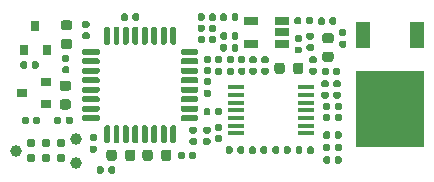
<source format=gts>
G04 #@! TF.GenerationSoftware,KiCad,Pcbnew,(5.99.0-10483-ga6ad7a4a70)*
G04 #@! TF.CreationDate,2021-06-04T21:48:54+03:00*
G04 #@! TF.ProjectId,hellen1-wbo,68656c6c-656e-4312-9d77-626f2e6b6963,rev?*
G04 #@! TF.SameCoordinates,PX4a19ba0PY5aa5910*
G04 #@! TF.FileFunction,Soldermask,Top*
G04 #@! TF.FilePolarity,Negative*
%FSLAX46Y46*%
G04 Gerber Fmt 4.6, Leading zero omitted, Abs format (unit mm)*
G04 Created by KiCad (PCBNEW (5.99.0-10483-ga6ad7a4a70)) date 2021-06-04 21:48:54*
%MOMM*%
%LPD*%
G01*
G04 APERTURE LIST*
%ADD10R,0.900000X0.800000*%
%ADD11R,1.450000X0.450000*%
%ADD12R,1.200000X2.200000*%
%ADD13R,5.800000X6.400000*%
%ADD14R,1.220000X0.650000*%
%ADD15R,0.800000X0.900000*%
%ADD16C,0.990600*%
%ADD17C,0.787400*%
G04 APERTURE END LIST*
G04 #@! TO.C,C612*
G36*
G01*
X17422500Y9220000D02*
X17077500Y9220000D01*
G75*
G02*
X16930000Y9367500I0J147500D01*
G01*
X16930000Y9662500D01*
G75*
G02*
X17077500Y9810000I147500J0D01*
G01*
X17422500Y9810000D01*
G75*
G02*
X17570000Y9662500I0J-147500D01*
G01*
X17570000Y9367500D01*
G75*
G02*
X17422500Y9220000I-147500J0D01*
G01*
G37*
G36*
G01*
X17422500Y10190000D02*
X17077500Y10190000D01*
G75*
G02*
X16930000Y10337500I0J147500D01*
G01*
X16930000Y10632500D01*
G75*
G02*
X17077500Y10780000I147500J0D01*
G01*
X17422500Y10780000D01*
G75*
G02*
X17570000Y10632500I0J-147500D01*
G01*
X17570000Y10337500D01*
G75*
G02*
X17422500Y10190000I-147500J0D01*
G01*
G37*
G04 #@! TD*
G04 #@! TO.C,C605*
G36*
G01*
X26267500Y2957000D02*
X26267500Y2612000D01*
G75*
G02*
X26120000Y2464500I-147500J0D01*
G01*
X25825000Y2464500D01*
G75*
G02*
X25677500Y2612000I0J147500D01*
G01*
X25677500Y2957000D01*
G75*
G02*
X25825000Y3104500I147500J0D01*
G01*
X26120000Y3104500D01*
G75*
G02*
X26267500Y2957000I0J-147500D01*
G01*
G37*
G36*
G01*
X25297500Y2957000D02*
X25297500Y2612000D01*
G75*
G02*
X25150000Y2464500I-147500J0D01*
G01*
X24855000Y2464500D01*
G75*
G02*
X24707500Y2612000I0J147500D01*
G01*
X24707500Y2957000D01*
G75*
G02*
X24855000Y3104500I147500J0D01*
G01*
X25150000Y3104500D01*
G75*
G02*
X25297500Y2957000I0J-147500D01*
G01*
G37*
G04 #@! TD*
G04 #@! TO.C,C607*
G36*
G01*
X26930000Y9279500D02*
X26930000Y9624500D01*
G75*
G02*
X27077500Y9772000I147500J0D01*
G01*
X27372500Y9772000D01*
G75*
G02*
X27520000Y9624500I0J-147500D01*
G01*
X27520000Y9279500D01*
G75*
G02*
X27372500Y9132000I-147500J0D01*
G01*
X27077500Y9132000D01*
G75*
G02*
X26930000Y9279500I0J147500D01*
G01*
G37*
G36*
G01*
X27900000Y9279500D02*
X27900000Y9624500D01*
G75*
G02*
X28047500Y9772000I147500J0D01*
G01*
X28342500Y9772000D01*
G75*
G02*
X28490000Y9624500I0J-147500D01*
G01*
X28490000Y9279500D01*
G75*
G02*
X28342500Y9132000I-147500J0D01*
G01*
X28047500Y9132000D01*
G75*
G02*
X27900000Y9279500I0J147500D01*
G01*
G37*
G04 #@! TD*
G04 #@! TO.C,C613*
G36*
G01*
X1524000Y5118500D02*
X1524000Y5463500D01*
G75*
G02*
X1671500Y5611000I147500J0D01*
G01*
X1966500Y5611000D01*
G75*
G02*
X2114000Y5463500I0J-147500D01*
G01*
X2114000Y5118500D01*
G75*
G02*
X1966500Y4971000I-147500J0D01*
G01*
X1671500Y4971000D01*
G75*
G02*
X1524000Y5118500I0J147500D01*
G01*
G37*
G36*
G01*
X2494000Y5118500D02*
X2494000Y5463500D01*
G75*
G02*
X2641500Y5611000I147500J0D01*
G01*
X2936500Y5611000D01*
G75*
G02*
X3084000Y5463500I0J-147500D01*
G01*
X3084000Y5118500D01*
G75*
G02*
X2936500Y4971000I-147500J0D01*
G01*
X2641500Y4971000D01*
G75*
G02*
X2494000Y5118500I0J147500D01*
G01*
G37*
G04 #@! TD*
G04 #@! TO.C,C616*
G36*
G01*
X4968750Y8675000D02*
X5481250Y8675000D01*
G75*
G02*
X5700000Y8456250I0J-218750D01*
G01*
X5700000Y8018750D01*
G75*
G02*
X5481250Y7800000I-218750J0D01*
G01*
X4968750Y7800000D01*
G75*
G02*
X4750000Y8018750I0J218750D01*
G01*
X4750000Y8456250D01*
G75*
G02*
X4968750Y8675000I218750J0D01*
G01*
G37*
G36*
G01*
X4968750Y7100000D02*
X5481250Y7100000D01*
G75*
G02*
X5700000Y6881250I0J-218750D01*
G01*
X5700000Y6443750D01*
G75*
G02*
X5481250Y6225000I-218750J0D01*
G01*
X4968750Y6225000D01*
G75*
G02*
X4750000Y6443750I0J218750D01*
G01*
X4750000Y6881250D01*
G75*
G02*
X4968750Y7100000I218750J0D01*
G01*
G37*
G04 #@! TD*
G04 #@! TO.C,R609*
G36*
G01*
X22929000Y9449750D02*
X22929000Y9962250D01*
G75*
G02*
X23147750Y10181000I218750J0D01*
G01*
X23585250Y10181000D01*
G75*
G02*
X23804000Y9962250I0J-218750D01*
G01*
X23804000Y9449750D01*
G75*
G02*
X23585250Y9231000I-218750J0D01*
G01*
X23147750Y9231000D01*
G75*
G02*
X22929000Y9449750I0J218750D01*
G01*
G37*
G36*
G01*
X24504000Y9449750D02*
X24504000Y9962250D01*
G75*
G02*
X24722750Y10181000I218750J0D01*
G01*
X25160250Y10181000D01*
G75*
G02*
X25379000Y9962250I0J-218750D01*
G01*
X25379000Y9449750D01*
G75*
G02*
X25160250Y9231000I-218750J0D01*
G01*
X24722750Y9231000D01*
G75*
G02*
X24504000Y9449750I0J218750D01*
G01*
G37*
G04 #@! TD*
G04 #@! TO.C,R607*
G36*
G01*
X24299000Y2957000D02*
X24299000Y2612000D01*
G75*
G02*
X24151500Y2464500I-147500J0D01*
G01*
X23856500Y2464500D01*
G75*
G02*
X23709000Y2612000I0J147500D01*
G01*
X23709000Y2957000D01*
G75*
G02*
X23856500Y3104500I147500J0D01*
G01*
X24151500Y3104500D01*
G75*
G02*
X24299000Y2957000I0J-147500D01*
G01*
G37*
G36*
G01*
X23329000Y2957000D02*
X23329000Y2612000D01*
G75*
G02*
X23181500Y2464500I-147500J0D01*
G01*
X22886500Y2464500D01*
G75*
G02*
X22739000Y2612000I0J147500D01*
G01*
X22739000Y2957000D01*
G75*
G02*
X22886500Y3104500I147500J0D01*
G01*
X23181500Y3104500D01*
G75*
G02*
X23329000Y2957000I0J-147500D01*
G01*
G37*
G04 #@! TD*
G04 #@! TO.C,R601*
G36*
G01*
X27374500Y7148000D02*
X27029500Y7148000D01*
G75*
G02*
X26882000Y7295500I0J147500D01*
G01*
X26882000Y7590500D01*
G75*
G02*
X27029500Y7738000I147500J0D01*
G01*
X27374500Y7738000D01*
G75*
G02*
X27522000Y7590500I0J-147500D01*
G01*
X27522000Y7295500D01*
G75*
G02*
X27374500Y7148000I-147500J0D01*
G01*
G37*
G36*
G01*
X27374500Y8118000D02*
X27029500Y8118000D01*
G75*
G02*
X26882000Y8265500I0J147500D01*
G01*
X26882000Y8560500D01*
G75*
G02*
X27029500Y8708000I147500J0D01*
G01*
X27374500Y8708000D01*
G75*
G02*
X27522000Y8560500I0J-147500D01*
G01*
X27522000Y8265500D01*
G75*
G02*
X27374500Y8118000I-147500J0D01*
G01*
G37*
G04 #@! TD*
G04 #@! TO.C,R614*
G36*
G01*
X25777500Y12730000D02*
X26122500Y12730000D01*
G75*
G02*
X26270000Y12582500I0J-147500D01*
G01*
X26270000Y12287500D01*
G75*
G02*
X26122500Y12140000I-147500J0D01*
G01*
X25777500Y12140000D01*
G75*
G02*
X25630000Y12287500I0J147500D01*
G01*
X25630000Y12582500D01*
G75*
G02*
X25777500Y12730000I147500J0D01*
G01*
G37*
G36*
G01*
X25777500Y11760000D02*
X26122500Y11760000D01*
G75*
G02*
X26270000Y11612500I0J-147500D01*
G01*
X26270000Y11317500D01*
G75*
G02*
X26122500Y11170000I-147500J0D01*
G01*
X25777500Y11170000D01*
G75*
G02*
X25630000Y11317500I0J147500D01*
G01*
X25630000Y11612500D01*
G75*
G02*
X25777500Y11760000I147500J0D01*
G01*
G37*
G04 #@! TD*
G04 #@! TO.C,R615*
G36*
G01*
X24620000Y13577500D02*
X24620000Y13922500D01*
G75*
G02*
X24767500Y14070000I147500J0D01*
G01*
X25062500Y14070000D01*
G75*
G02*
X25210000Y13922500I0J-147500D01*
G01*
X25210000Y13577500D01*
G75*
G02*
X25062500Y13430000I-147500J0D01*
G01*
X24767500Y13430000D01*
G75*
G02*
X24620000Y13577500I0J147500D01*
G01*
G37*
G36*
G01*
X25590000Y13577500D02*
X25590000Y13922500D01*
G75*
G02*
X25737500Y14070000I147500J0D01*
G01*
X26032500Y14070000D01*
G75*
G02*
X26180000Y13922500I0J-147500D01*
G01*
X26180000Y13577500D01*
G75*
G02*
X26032500Y13430000I-147500J0D01*
G01*
X25737500Y13430000D01*
G75*
G02*
X25590000Y13577500I0J147500D01*
G01*
G37*
G04 #@! TD*
G04 #@! TO.C,R621*
G36*
G01*
X18320000Y13877500D02*
X18320000Y14222500D01*
G75*
G02*
X18467500Y14370000I147500J0D01*
G01*
X18762500Y14370000D01*
G75*
G02*
X18910000Y14222500I0J-147500D01*
G01*
X18910000Y13877500D01*
G75*
G02*
X18762500Y13730000I-147500J0D01*
G01*
X18467500Y13730000D01*
G75*
G02*
X18320000Y13877500I0J147500D01*
G01*
G37*
G36*
G01*
X19290000Y13877500D02*
X19290000Y14222500D01*
G75*
G02*
X19437500Y14370000I147500J0D01*
G01*
X19732500Y14370000D01*
G75*
G02*
X19880000Y14222500I0J-147500D01*
G01*
X19880000Y13877500D01*
G75*
G02*
X19732500Y13730000I-147500J0D01*
G01*
X19437500Y13730000D01*
G75*
G02*
X19290000Y13877500I0J147500D01*
G01*
G37*
G04 #@! TD*
G04 #@! TO.C,R619*
G36*
G01*
X22330500Y2957000D02*
X22330500Y2612000D01*
G75*
G02*
X22183000Y2464500I-147500J0D01*
G01*
X21888000Y2464500D01*
G75*
G02*
X21740500Y2612000I0J147500D01*
G01*
X21740500Y2957000D01*
G75*
G02*
X21888000Y3104500I147500J0D01*
G01*
X22183000Y3104500D01*
G75*
G02*
X22330500Y2957000I0J-147500D01*
G01*
G37*
G36*
G01*
X21360500Y2957000D02*
X21360500Y2612000D01*
G75*
G02*
X21213000Y2464500I-147500J0D01*
G01*
X20918000Y2464500D01*
G75*
G02*
X20770500Y2612000I0J147500D01*
G01*
X20770500Y2957000D01*
G75*
G02*
X20918000Y3104500I147500J0D01*
G01*
X21213000Y3104500D01*
G75*
G02*
X21360500Y2957000I0J-147500D01*
G01*
G37*
G04 #@! TD*
G04 #@! TO.C,R620*
G36*
G01*
X20362000Y2957000D02*
X20362000Y2612000D01*
G75*
G02*
X20214500Y2464500I-147500J0D01*
G01*
X19919500Y2464500D01*
G75*
G02*
X19772000Y2612000I0J147500D01*
G01*
X19772000Y2957000D01*
G75*
G02*
X19919500Y3104500I147500J0D01*
G01*
X20214500Y3104500D01*
G75*
G02*
X20362000Y2957000I0J-147500D01*
G01*
G37*
G36*
G01*
X19392000Y2957000D02*
X19392000Y2612000D01*
G75*
G02*
X19244500Y2464500I-147500J0D01*
G01*
X18949500Y2464500D01*
G75*
G02*
X18802000Y2612000I0J147500D01*
G01*
X18802000Y2957000D01*
G75*
G02*
X18949500Y3104500I147500J0D01*
G01*
X19244500Y3104500D01*
G75*
G02*
X19392000Y2957000I0J-147500D01*
G01*
G37*
G04 #@! TD*
G04 #@! TO.C,R606*
G36*
G01*
X26358500Y9180000D02*
X26013500Y9180000D01*
G75*
G02*
X25866000Y9327500I0J147500D01*
G01*
X25866000Y9622500D01*
G75*
G02*
X26013500Y9770000I147500J0D01*
G01*
X26358500Y9770000D01*
G75*
G02*
X26506000Y9622500I0J-147500D01*
G01*
X26506000Y9327500D01*
G75*
G02*
X26358500Y9180000I-147500J0D01*
G01*
G37*
G36*
G01*
X26358500Y10150000D02*
X26013500Y10150000D01*
G75*
G02*
X25866000Y10297500I0J147500D01*
G01*
X25866000Y10592500D01*
G75*
G02*
X26013500Y10740000I147500J0D01*
G01*
X26358500Y10740000D01*
G75*
G02*
X26506000Y10592500I0J-147500D01*
G01*
X26506000Y10297500D01*
G75*
G02*
X26358500Y10150000I-147500J0D01*
G01*
G37*
G04 #@! TD*
D10*
G04 #@! TO.C,U604*
X3558000Y6652400D03*
X3558000Y8552400D03*
X1558000Y7602400D03*
G04 #@! TD*
D11*
G04 #@! TO.C,U600*
X19680000Y8100000D03*
X19680000Y7450000D03*
X19680000Y6800000D03*
X19680000Y6150000D03*
X19680000Y5500000D03*
X19680000Y4850000D03*
X19680000Y4200000D03*
X25580000Y4200000D03*
X25580000Y4850000D03*
X25580000Y5500000D03*
X25580000Y6150000D03*
X25580000Y6800000D03*
X25580000Y7450000D03*
X25580000Y8100000D03*
G04 #@! TD*
G04 #@! TO.C,C600*
G36*
G01*
X28390500Y7148000D02*
X28045500Y7148000D01*
G75*
G02*
X27898000Y7295500I0J147500D01*
G01*
X27898000Y7590500D01*
G75*
G02*
X28045500Y7738000I147500J0D01*
G01*
X28390500Y7738000D01*
G75*
G02*
X28538000Y7590500I0J-147500D01*
G01*
X28538000Y7295500D01*
G75*
G02*
X28390500Y7148000I-147500J0D01*
G01*
G37*
G36*
G01*
X28390500Y8118000D02*
X28045500Y8118000D01*
G75*
G02*
X27898000Y8265500I0J147500D01*
G01*
X27898000Y8560500D01*
G75*
G02*
X28045500Y8708000I147500J0D01*
G01*
X28390500Y8708000D01*
G75*
G02*
X28538000Y8560500I0J-147500D01*
G01*
X28538000Y8265500D01*
G75*
G02*
X28390500Y8118000I-147500J0D01*
G01*
G37*
G04 #@! TD*
G04 #@! TO.C,C608*
G36*
G01*
X16420000Y12927500D02*
X16420000Y13272500D01*
G75*
G02*
X16567500Y13420000I147500J0D01*
G01*
X16862500Y13420000D01*
G75*
G02*
X17010000Y13272500I0J-147500D01*
G01*
X17010000Y12927500D01*
G75*
G02*
X16862500Y12780000I-147500J0D01*
G01*
X16567500Y12780000D01*
G75*
G02*
X16420000Y12927500I0J147500D01*
G01*
G37*
G36*
G01*
X17390000Y12927500D02*
X17390000Y13272500D01*
G75*
G02*
X17537500Y13420000I147500J0D01*
G01*
X17832500Y13420000D01*
G75*
G02*
X17980000Y13272500I0J-147500D01*
G01*
X17980000Y12927500D01*
G75*
G02*
X17832500Y12780000I-147500J0D01*
G01*
X17537500Y12780000D01*
G75*
G02*
X17390000Y12927500I0J147500D01*
G01*
G37*
G04 #@! TD*
G04 #@! TO.C,R624*
G36*
G01*
X17980000Y14222500D02*
X17980000Y13877500D01*
G75*
G02*
X17832500Y13730000I-147500J0D01*
G01*
X17537500Y13730000D01*
G75*
G02*
X17390000Y13877500I0J147500D01*
G01*
X17390000Y14222500D01*
G75*
G02*
X17537500Y14370000I147500J0D01*
G01*
X17832500Y14370000D01*
G75*
G02*
X17980000Y14222500I0J-147500D01*
G01*
G37*
G36*
G01*
X17010000Y14222500D02*
X17010000Y13877500D01*
G75*
G02*
X16862500Y13730000I-147500J0D01*
G01*
X16567500Y13730000D01*
G75*
G02*
X16420000Y13877500I0J147500D01*
G01*
X16420000Y14222500D01*
G75*
G02*
X16567500Y14370000I147500J0D01*
G01*
X16862500Y14370000D01*
G75*
G02*
X17010000Y14222500I0J-147500D01*
G01*
G37*
G04 #@! TD*
G04 #@! TO.C,C611*
G36*
G01*
X17077500Y8880000D02*
X17422500Y8880000D01*
G75*
G02*
X17570000Y8732500I0J-147500D01*
G01*
X17570000Y8437500D01*
G75*
G02*
X17422500Y8290000I-147500J0D01*
G01*
X17077500Y8290000D01*
G75*
G02*
X16930000Y8437500I0J147500D01*
G01*
X16930000Y8732500D01*
G75*
G02*
X17077500Y8880000I147500J0D01*
G01*
G37*
G36*
G01*
X17077500Y7910000D02*
X17422500Y7910000D01*
G75*
G02*
X17570000Y7762500I0J-147500D01*
G01*
X17570000Y7467500D01*
G75*
G02*
X17422500Y7320000I-147500J0D01*
G01*
X17077500Y7320000D01*
G75*
G02*
X16930000Y7467500I0J147500D01*
G01*
X16930000Y7762500D01*
G75*
G02*
X17077500Y7910000I147500J0D01*
G01*
G37*
G04 #@! TD*
G04 #@! TO.C,R622*
G36*
G01*
X28872500Y11470000D02*
X28527500Y11470000D01*
G75*
G02*
X28380000Y11617500I0J147500D01*
G01*
X28380000Y11912500D01*
G75*
G02*
X28527500Y12060000I147500J0D01*
G01*
X28872500Y12060000D01*
G75*
G02*
X29020000Y11912500I0J-147500D01*
G01*
X29020000Y11617500D01*
G75*
G02*
X28872500Y11470000I-147500J0D01*
G01*
G37*
G36*
G01*
X28872500Y12440000D02*
X28527500Y12440000D01*
G75*
G02*
X28380000Y12587500I0J147500D01*
G01*
X28380000Y12882500D01*
G75*
G02*
X28527500Y13030000I147500J0D01*
G01*
X28872500Y13030000D01*
G75*
G02*
X29020000Y12882500I0J-147500D01*
G01*
X29020000Y12587500D01*
G75*
G02*
X28872500Y12440000I-147500J0D01*
G01*
G37*
G04 #@! TD*
G04 #@! TO.C,R617*
G36*
G01*
X9935000Y13877500D02*
X9935000Y14222500D01*
G75*
G02*
X10082500Y14370000I147500J0D01*
G01*
X10377500Y14370000D01*
G75*
G02*
X10525000Y14222500I0J-147500D01*
G01*
X10525000Y13877500D01*
G75*
G02*
X10377500Y13730000I-147500J0D01*
G01*
X10082500Y13730000D01*
G75*
G02*
X9935000Y13877500I0J147500D01*
G01*
G37*
G36*
G01*
X10905000Y13877500D02*
X10905000Y14222500D01*
G75*
G02*
X11052500Y14370000I147500J0D01*
G01*
X11347500Y14370000D01*
G75*
G02*
X11495000Y14222500I0J-147500D01*
G01*
X11495000Y13877500D01*
G75*
G02*
X11347500Y13730000I-147500J0D01*
G01*
X11052500Y13730000D01*
G75*
G02*
X10905000Y13877500I0J147500D01*
G01*
G37*
G04 #@! TD*
G04 #@! TO.C,C614*
G36*
G01*
X15877500Y4780000D02*
X16222500Y4780000D01*
G75*
G02*
X16370000Y4632500I0J-147500D01*
G01*
X16370000Y4337500D01*
G75*
G02*
X16222500Y4190000I-147500J0D01*
G01*
X15877500Y4190000D01*
G75*
G02*
X15730000Y4337500I0J147500D01*
G01*
X15730000Y4632500D01*
G75*
G02*
X15877500Y4780000I147500J0D01*
G01*
G37*
G36*
G01*
X15877500Y3810000D02*
X16222500Y3810000D01*
G75*
G02*
X16370000Y3662500I0J-147500D01*
G01*
X16370000Y3367500D01*
G75*
G02*
X16222500Y3220000I-147500J0D01*
G01*
X15877500Y3220000D01*
G75*
G02*
X15730000Y3367500I0J147500D01*
G01*
X15730000Y3662500D01*
G75*
G02*
X15877500Y3810000I147500J0D01*
G01*
G37*
G04 #@! TD*
G04 #@! TO.C,C615*
G36*
G01*
X7122500Y12170000D02*
X6777500Y12170000D01*
G75*
G02*
X6630000Y12317500I0J147500D01*
G01*
X6630000Y12612500D01*
G75*
G02*
X6777500Y12760000I147500J0D01*
G01*
X7122500Y12760000D01*
G75*
G02*
X7270000Y12612500I0J-147500D01*
G01*
X7270000Y12317500D01*
G75*
G02*
X7122500Y12170000I-147500J0D01*
G01*
G37*
G36*
G01*
X7122500Y13140000D02*
X6777500Y13140000D01*
G75*
G02*
X6630000Y13287500I0J147500D01*
G01*
X6630000Y13582500D01*
G75*
G02*
X6777500Y13730000I147500J0D01*
G01*
X7122500Y13730000D01*
G75*
G02*
X7270000Y13582500I0J-147500D01*
G01*
X7270000Y13287500D01*
G75*
G02*
X7122500Y13140000I-147500J0D01*
G01*
G37*
G04 #@! TD*
D12*
G04 #@! TO.C,Q600*
X34980000Y12575000D03*
D13*
X32700000Y6275000D03*
D12*
X30420000Y12575000D03*
G04 #@! TD*
G04 #@! TO.C,R612*
G36*
G01*
X27055000Y1777500D02*
X27055000Y2122500D01*
G75*
G02*
X27202500Y2270000I147500J0D01*
G01*
X27497500Y2270000D01*
G75*
G02*
X27645000Y2122500I0J-147500D01*
G01*
X27645000Y1777500D01*
G75*
G02*
X27497500Y1630000I-147500J0D01*
G01*
X27202500Y1630000D01*
G75*
G02*
X27055000Y1777500I0J147500D01*
G01*
G37*
G36*
G01*
X28025000Y1777500D02*
X28025000Y2122500D01*
G75*
G02*
X28172500Y2270000I147500J0D01*
G01*
X28467500Y2270000D01*
G75*
G02*
X28615000Y2122500I0J-147500D01*
G01*
X28615000Y1777500D01*
G75*
G02*
X28467500Y1630000I-147500J0D01*
G01*
X28172500Y1630000D01*
G75*
G02*
X28025000Y1777500I0J147500D01*
G01*
G37*
G04 #@! TD*
G04 #@! TO.C,R618*
G36*
G01*
X17372500Y3220000D02*
X17027500Y3220000D01*
G75*
G02*
X16880000Y3367500I0J147500D01*
G01*
X16880000Y3662500D01*
G75*
G02*
X17027500Y3810000I147500J0D01*
G01*
X17372500Y3810000D01*
G75*
G02*
X17520000Y3662500I0J-147500D01*
G01*
X17520000Y3367500D01*
G75*
G02*
X17372500Y3220000I-147500J0D01*
G01*
G37*
G36*
G01*
X17372500Y4190000D02*
X17027500Y4190000D01*
G75*
G02*
X16880000Y4337500I0J147500D01*
G01*
X16880000Y4632500D01*
G75*
G02*
X17027500Y4780000I147500J0D01*
G01*
X17372500Y4780000D01*
G75*
G02*
X17520000Y4632500I0J-147500D01*
G01*
X17520000Y4337500D01*
G75*
G02*
X17372500Y4190000I-147500J0D01*
G01*
G37*
G04 #@! TD*
G04 #@! TO.C,R616*
G36*
G01*
X26605000Y13527500D02*
X26605000Y13872500D01*
G75*
G02*
X26752500Y14020000I147500J0D01*
G01*
X27047500Y14020000D01*
G75*
G02*
X27195000Y13872500I0J-147500D01*
G01*
X27195000Y13527500D01*
G75*
G02*
X27047500Y13380000I-147500J0D01*
G01*
X26752500Y13380000D01*
G75*
G02*
X26605000Y13527500I0J147500D01*
G01*
G37*
G36*
G01*
X27575000Y13527500D02*
X27575000Y13872500D01*
G75*
G02*
X27722500Y14020000I147500J0D01*
G01*
X28017500Y14020000D01*
G75*
G02*
X28165000Y13872500I0J-147500D01*
G01*
X28165000Y13527500D01*
G75*
G02*
X28017500Y13380000I-147500J0D01*
G01*
X27722500Y13380000D01*
G75*
G02*
X27575000Y13527500I0J147500D01*
G01*
G37*
G04 #@! TD*
G04 #@! TO.C,R623*
G36*
G01*
X18012500Y5025000D02*
X18357500Y5025000D01*
G75*
G02*
X18505000Y4877500I0J-147500D01*
G01*
X18505000Y4582500D01*
G75*
G02*
X18357500Y4435000I-147500J0D01*
G01*
X18012500Y4435000D01*
G75*
G02*
X17865000Y4582500I0J147500D01*
G01*
X17865000Y4877500D01*
G75*
G02*
X18012500Y5025000I147500J0D01*
G01*
G37*
G36*
G01*
X18012500Y4055000D02*
X18357500Y4055000D01*
G75*
G02*
X18505000Y3907500I0J-147500D01*
G01*
X18505000Y3612500D01*
G75*
G02*
X18357500Y3465000I-147500J0D01*
G01*
X18012500Y3465000D01*
G75*
G02*
X17865000Y3612500I0J147500D01*
G01*
X17865000Y3907500D01*
G75*
G02*
X18012500Y4055000I147500J0D01*
G01*
G37*
G04 #@! TD*
G04 #@! TO.C,R625*
G36*
G01*
X4270000Y5127500D02*
X4270000Y5472500D01*
G75*
G02*
X4417500Y5620000I147500J0D01*
G01*
X4712500Y5620000D01*
G75*
G02*
X4860000Y5472500I0J-147500D01*
G01*
X4860000Y5127500D01*
G75*
G02*
X4712500Y4980000I-147500J0D01*
G01*
X4417500Y4980000D01*
G75*
G02*
X4270000Y5127500I0J147500D01*
G01*
G37*
G36*
G01*
X5240000Y5127500D02*
X5240000Y5472500D01*
G75*
G02*
X5387500Y5620000I147500J0D01*
G01*
X5682500Y5620000D01*
G75*
G02*
X5830000Y5472500I0J-147500D01*
G01*
X5830000Y5127500D01*
G75*
G02*
X5682500Y4980000I-147500J0D01*
G01*
X5387500Y4980000D01*
G75*
G02*
X5240000Y5127500I0J147500D01*
G01*
G37*
G04 #@! TD*
G04 #@! TO.C,D601*
G36*
G01*
X14203000Y2596250D02*
X14203000Y2083750D01*
G75*
G02*
X13984250Y1865000I-218750J0D01*
G01*
X13546750Y1865000D01*
G75*
G02*
X13328000Y2083750I0J218750D01*
G01*
X13328000Y2596250D01*
G75*
G02*
X13546750Y2815000I218750J0D01*
G01*
X13984250Y2815000D01*
G75*
G02*
X14203000Y2596250I0J-218750D01*
G01*
G37*
G36*
G01*
X12628000Y2596250D02*
X12628000Y2083750D01*
G75*
G02*
X12409250Y1865000I-218750J0D01*
G01*
X11971750Y1865000D01*
G75*
G02*
X11753000Y2083750I0J218750D01*
G01*
X11753000Y2596250D01*
G75*
G02*
X11971750Y2815000I218750J0D01*
G01*
X12409250Y2815000D01*
G75*
G02*
X12628000Y2596250I0J-218750D01*
G01*
G37*
G04 #@! TD*
G04 #@! TO.C,R626*
G36*
G01*
X16298000Y2512500D02*
X16298000Y2167500D01*
G75*
G02*
X16150500Y2020000I-147500J0D01*
G01*
X15855500Y2020000D01*
G75*
G02*
X15708000Y2167500I0J147500D01*
G01*
X15708000Y2512500D01*
G75*
G02*
X15855500Y2660000I147500J0D01*
G01*
X16150500Y2660000D01*
G75*
G02*
X16298000Y2512500I0J-147500D01*
G01*
G37*
G36*
G01*
X15328000Y2512500D02*
X15328000Y2167500D01*
G75*
G02*
X15180500Y2020000I-147500J0D01*
G01*
X14885500Y2020000D01*
G75*
G02*
X14738000Y2167500I0J147500D01*
G01*
X14738000Y2512500D01*
G75*
G02*
X14885500Y2660000I147500J0D01*
G01*
X15180500Y2660000D01*
G75*
G02*
X15328000Y2512500I0J-147500D01*
G01*
G37*
G04 #@! TD*
G04 #@! TO.C,R604*
G36*
G01*
X19473000Y9624500D02*
X19473000Y9279500D01*
G75*
G02*
X19325500Y9132000I-147500J0D01*
G01*
X19030500Y9132000D01*
G75*
G02*
X18883000Y9279500I0J147500D01*
G01*
X18883000Y9624500D01*
G75*
G02*
X19030500Y9772000I147500J0D01*
G01*
X19325500Y9772000D01*
G75*
G02*
X19473000Y9624500I0J-147500D01*
G01*
G37*
G36*
G01*
X18503000Y9624500D02*
X18503000Y9279500D01*
G75*
G02*
X18355500Y9132000I-147500J0D01*
G01*
X18060500Y9132000D01*
G75*
G02*
X17913000Y9279500I0J147500D01*
G01*
X17913000Y9624500D01*
G75*
G02*
X18060500Y9772000I147500J0D01*
G01*
X18355500Y9772000D01*
G75*
G02*
X18503000Y9624500I0J-147500D01*
G01*
G37*
G04 #@! TD*
G04 #@! TO.C,R605*
G36*
G01*
X20933500Y10740000D02*
X21278500Y10740000D01*
G75*
G02*
X21426000Y10592500I0J-147500D01*
G01*
X21426000Y10297500D01*
G75*
G02*
X21278500Y10150000I-147500J0D01*
G01*
X20933500Y10150000D01*
G75*
G02*
X20786000Y10297500I0J147500D01*
G01*
X20786000Y10592500D01*
G75*
G02*
X20933500Y10740000I147500J0D01*
G01*
G37*
G36*
G01*
X20933500Y9770000D02*
X21278500Y9770000D01*
G75*
G02*
X21426000Y9622500I0J-147500D01*
G01*
X21426000Y9327500D01*
G75*
G02*
X21278500Y9180000I-147500J0D01*
G01*
X20933500Y9180000D01*
G75*
G02*
X20786000Y9327500I0J147500D01*
G01*
X20786000Y9622500D01*
G75*
G02*
X20933500Y9770000I147500J0D01*
G01*
G37*
G04 #@! TD*
G04 #@! TO.C,R608*
G36*
G01*
X19977500Y10740000D02*
X20322500Y10740000D01*
G75*
G02*
X20470000Y10592500I0J-147500D01*
G01*
X20470000Y10297500D01*
G75*
G02*
X20322500Y10150000I-147500J0D01*
G01*
X19977500Y10150000D01*
G75*
G02*
X19830000Y10297500I0J147500D01*
G01*
X19830000Y10592500D01*
G75*
G02*
X19977500Y10740000I147500J0D01*
G01*
G37*
G36*
G01*
X19977500Y9770000D02*
X20322500Y9770000D01*
G75*
G02*
X20470000Y9622500I0J-147500D01*
G01*
X20470000Y9327500D01*
G75*
G02*
X20322500Y9180000I-147500J0D01*
G01*
X19977500Y9180000D01*
G75*
G02*
X19830000Y9327500I0J147500D01*
G01*
X19830000Y9622500D01*
G75*
G02*
X19977500Y9770000I147500J0D01*
G01*
G37*
G04 #@! TD*
G04 #@! TO.C,C603*
G36*
G01*
X19473000Y10640500D02*
X19473000Y10295500D01*
G75*
G02*
X19325500Y10148000I-147500J0D01*
G01*
X19030500Y10148000D01*
G75*
G02*
X18883000Y10295500I0J147500D01*
G01*
X18883000Y10640500D01*
G75*
G02*
X19030500Y10788000I147500J0D01*
G01*
X19325500Y10788000D01*
G75*
G02*
X19473000Y10640500I0J-147500D01*
G01*
G37*
G36*
G01*
X18503000Y10640500D02*
X18503000Y10295500D01*
G75*
G02*
X18355500Y10148000I-147500J0D01*
G01*
X18060500Y10148000D01*
G75*
G02*
X17913000Y10295500I0J147500D01*
G01*
X17913000Y10640500D01*
G75*
G02*
X18060500Y10788000I147500J0D01*
G01*
X18355500Y10788000D01*
G75*
G02*
X18503000Y10640500I0J-147500D01*
G01*
G37*
G04 #@! TD*
D14*
G04 #@! TO.C,U601*
X23560000Y11800000D03*
X23560000Y12750000D03*
X23560000Y13700000D03*
X20940000Y13700000D03*
X20940000Y11800000D03*
G04 #@! TD*
G04 #@! TO.C,R603*
G36*
G01*
X21949500Y10740000D02*
X22294500Y10740000D01*
G75*
G02*
X22442000Y10592500I0J-147500D01*
G01*
X22442000Y10297500D01*
G75*
G02*
X22294500Y10150000I-147500J0D01*
G01*
X21949500Y10150000D01*
G75*
G02*
X21802000Y10297500I0J147500D01*
G01*
X21802000Y10592500D01*
G75*
G02*
X21949500Y10740000I147500J0D01*
G01*
G37*
G36*
G01*
X21949500Y9770000D02*
X22294500Y9770000D01*
G75*
G02*
X22442000Y9622500I0J-147500D01*
G01*
X22442000Y9327500D01*
G75*
G02*
X22294500Y9180000I-147500J0D01*
G01*
X21949500Y9180000D01*
G75*
G02*
X21802000Y9327500I0J147500D01*
G01*
X21802000Y9622500D01*
G75*
G02*
X21949500Y9770000I147500J0D01*
G01*
G37*
G04 #@! TD*
G04 #@! TO.C,R613*
G36*
G01*
X24777500Y12530000D02*
X25122500Y12530000D01*
G75*
G02*
X25270000Y12382500I0J-147500D01*
G01*
X25270000Y12087500D01*
G75*
G02*
X25122500Y11940000I-147500J0D01*
G01*
X24777500Y11940000D01*
G75*
G02*
X24630000Y12087500I0J147500D01*
G01*
X24630000Y12382500D01*
G75*
G02*
X24777500Y12530000I147500J0D01*
G01*
G37*
G36*
G01*
X24777500Y11560000D02*
X25122500Y11560000D01*
G75*
G02*
X25270000Y11412500I0J-147500D01*
G01*
X25270000Y11117500D01*
G75*
G02*
X25122500Y10970000I-147500J0D01*
G01*
X24777500Y10970000D01*
G75*
G02*
X24630000Y11117500I0J147500D01*
G01*
X24630000Y11412500D01*
G75*
G02*
X24777500Y11560000I147500J0D01*
G01*
G37*
G04 #@! TD*
G04 #@! TO.C,C601*
G36*
G01*
X28172500Y6803000D02*
X28517500Y6803000D01*
G75*
G02*
X28665000Y6655500I0J-147500D01*
G01*
X28665000Y6360500D01*
G75*
G02*
X28517500Y6213000I-147500J0D01*
G01*
X28172500Y6213000D01*
G75*
G02*
X28025000Y6360500I0J147500D01*
G01*
X28025000Y6655500D01*
G75*
G02*
X28172500Y6803000I147500J0D01*
G01*
G37*
G36*
G01*
X28172500Y5833000D02*
X28517500Y5833000D01*
G75*
G02*
X28665000Y5685500I0J-147500D01*
G01*
X28665000Y5390500D01*
G75*
G02*
X28517500Y5243000I-147500J0D01*
G01*
X28172500Y5243000D01*
G75*
G02*
X28025000Y5390500I0J147500D01*
G01*
X28025000Y5685500D01*
G75*
G02*
X28172500Y5833000I147500J0D01*
G01*
G37*
G04 #@! TD*
G04 #@! TO.C,D600*
G36*
G01*
X27712250Y10259000D02*
X27199750Y10259000D01*
G75*
G02*
X26981000Y10477750I0J218750D01*
G01*
X26981000Y10915250D01*
G75*
G02*
X27199750Y11134000I218750J0D01*
G01*
X27712250Y11134000D01*
G75*
G02*
X27931000Y10915250I0J-218750D01*
G01*
X27931000Y10477750D01*
G75*
G02*
X27712250Y10259000I-218750J0D01*
G01*
G37*
G36*
G01*
X27712250Y11834000D02*
X27199750Y11834000D01*
G75*
G02*
X26981000Y12052750I0J218750D01*
G01*
X26981000Y12490250D01*
G75*
G02*
X27199750Y12709000I218750J0D01*
G01*
X27712250Y12709000D01*
G75*
G02*
X27931000Y12490250I0J-218750D01*
G01*
X27931000Y12052750D01*
G75*
G02*
X27712250Y11834000I-218750J0D01*
G01*
G37*
G04 #@! TD*
G04 #@! TO.C,R610*
G36*
G01*
X27055000Y3877500D02*
X27055000Y4222500D01*
G75*
G02*
X27202500Y4370000I147500J0D01*
G01*
X27497500Y4370000D01*
G75*
G02*
X27645000Y4222500I0J-147500D01*
G01*
X27645000Y3877500D01*
G75*
G02*
X27497500Y3730000I-147500J0D01*
G01*
X27202500Y3730000D01*
G75*
G02*
X27055000Y3877500I0J147500D01*
G01*
G37*
G36*
G01*
X28025000Y3877500D02*
X28025000Y4222500D01*
G75*
G02*
X28172500Y4370000I147500J0D01*
G01*
X28467500Y4370000D01*
G75*
G02*
X28615000Y4222500I0J-147500D01*
G01*
X28615000Y3877500D01*
G75*
G02*
X28467500Y3730000I-147500J0D01*
G01*
X28172500Y3730000D01*
G75*
G02*
X28025000Y3877500I0J147500D01*
G01*
G37*
G04 #@! TD*
G04 #@! TO.C,R611*
G36*
G01*
X28615000Y3172500D02*
X28615000Y2827500D01*
G75*
G02*
X28467500Y2680000I-147500J0D01*
G01*
X28172500Y2680000D01*
G75*
G02*
X28025000Y2827500I0J147500D01*
G01*
X28025000Y3172500D01*
G75*
G02*
X28172500Y3320000I147500J0D01*
G01*
X28467500Y3320000D01*
G75*
G02*
X28615000Y3172500I0J-147500D01*
G01*
G37*
G36*
G01*
X27645000Y3172500D02*
X27645000Y2827500D01*
G75*
G02*
X27497500Y2680000I-147500J0D01*
G01*
X27202500Y2680000D01*
G75*
G02*
X27055000Y2827500I0J147500D01*
G01*
X27055000Y3172500D01*
G75*
G02*
X27202500Y3320000I147500J0D01*
G01*
X27497500Y3320000D01*
G75*
G02*
X27645000Y3172500I0J-147500D01*
G01*
G37*
G04 #@! TD*
G04 #@! TO.C,D602*
G36*
G01*
X8705000Y2083750D02*
X8705000Y2596250D01*
G75*
G02*
X8923750Y2815000I218750J0D01*
G01*
X9361250Y2815000D01*
G75*
G02*
X9580000Y2596250I0J-218750D01*
G01*
X9580000Y2083750D01*
G75*
G02*
X9361250Y1865000I-218750J0D01*
G01*
X8923750Y1865000D01*
G75*
G02*
X8705000Y2083750I0J218750D01*
G01*
G37*
G36*
G01*
X10280000Y2083750D02*
X10280000Y2596250D01*
G75*
G02*
X10498750Y2815000I218750J0D01*
G01*
X10936250Y2815000D01*
G75*
G02*
X11155000Y2596250I0J-218750D01*
G01*
X11155000Y2083750D01*
G75*
G02*
X10936250Y1865000I-218750J0D01*
G01*
X10498750Y1865000D01*
G75*
G02*
X10280000Y2083750I0J218750D01*
G01*
G37*
G04 #@! TD*
G04 #@! TO.C,R627*
G36*
G01*
X7885000Y927500D02*
X7885000Y1272500D01*
G75*
G02*
X8032500Y1420000I147500J0D01*
G01*
X8327500Y1420000D01*
G75*
G02*
X8475000Y1272500I0J-147500D01*
G01*
X8475000Y927500D01*
G75*
G02*
X8327500Y780000I-147500J0D01*
G01*
X8032500Y780000D01*
G75*
G02*
X7885000Y927500I0J147500D01*
G01*
G37*
G36*
G01*
X8855000Y927500D02*
X8855000Y1272500D01*
G75*
G02*
X9002500Y1420000I147500J0D01*
G01*
X9297500Y1420000D01*
G75*
G02*
X9445000Y1272500I0J-147500D01*
G01*
X9445000Y927500D01*
G75*
G02*
X9297500Y780000I-147500J0D01*
G01*
X9002500Y780000D01*
G75*
G02*
X8855000Y927500I0J147500D01*
G01*
G37*
G04 #@! TD*
G04 #@! TO.C,C602*
G36*
G01*
X19880000Y11622500D02*
X19880000Y11277500D01*
G75*
G02*
X19732500Y11130000I-147500J0D01*
G01*
X19437500Y11130000D01*
G75*
G02*
X19290000Y11277500I0J147500D01*
G01*
X19290000Y11622500D01*
G75*
G02*
X19437500Y11770000I147500J0D01*
G01*
X19732500Y11770000D01*
G75*
G02*
X19880000Y11622500I0J-147500D01*
G01*
G37*
G36*
G01*
X18910000Y11622500D02*
X18910000Y11277500D01*
G75*
G02*
X18762500Y11130000I-147500J0D01*
G01*
X18467500Y11130000D01*
G75*
G02*
X18320000Y11277500I0J147500D01*
G01*
X18320000Y11622500D01*
G75*
G02*
X18467500Y11770000I147500J0D01*
G01*
X18762500Y11770000D01*
G75*
G02*
X18910000Y11622500I0J-147500D01*
G01*
G37*
G04 #@! TD*
G04 #@! TO.C,U602*
G36*
G01*
X16475000Y5625000D02*
X16475000Y5375000D01*
G75*
G02*
X16350000Y5250000I-125000J0D01*
G01*
X15100000Y5250000D01*
G75*
G02*
X14975000Y5375000I0J125000D01*
G01*
X14975000Y5625000D01*
G75*
G02*
X15100000Y5750000I125000J0D01*
G01*
X16350000Y5750000D01*
G75*
G02*
X16475000Y5625000I0J-125000D01*
G01*
G37*
G36*
G01*
X16475000Y6425000D02*
X16475000Y6175000D01*
G75*
G02*
X16350000Y6050000I-125000J0D01*
G01*
X15100000Y6050000D01*
G75*
G02*
X14975000Y6175000I0J125000D01*
G01*
X14975000Y6425000D01*
G75*
G02*
X15100000Y6550000I125000J0D01*
G01*
X16350000Y6550000D01*
G75*
G02*
X16475000Y6425000I0J-125000D01*
G01*
G37*
G36*
G01*
X16475000Y7225000D02*
X16475000Y6975000D01*
G75*
G02*
X16350000Y6850000I-125000J0D01*
G01*
X15100000Y6850000D01*
G75*
G02*
X14975000Y6975000I0J125000D01*
G01*
X14975000Y7225000D01*
G75*
G02*
X15100000Y7350000I125000J0D01*
G01*
X16350000Y7350000D01*
G75*
G02*
X16475000Y7225000I0J-125000D01*
G01*
G37*
G36*
G01*
X16475000Y8025000D02*
X16475000Y7775000D01*
G75*
G02*
X16350000Y7650000I-125000J0D01*
G01*
X15100000Y7650000D01*
G75*
G02*
X14975000Y7775000I0J125000D01*
G01*
X14975000Y8025000D01*
G75*
G02*
X15100000Y8150000I125000J0D01*
G01*
X16350000Y8150000D01*
G75*
G02*
X16475000Y8025000I0J-125000D01*
G01*
G37*
G36*
G01*
X16475000Y8825000D02*
X16475000Y8575000D01*
G75*
G02*
X16350000Y8450000I-125000J0D01*
G01*
X15100000Y8450000D01*
G75*
G02*
X14975000Y8575000I0J125000D01*
G01*
X14975000Y8825000D01*
G75*
G02*
X15100000Y8950000I125000J0D01*
G01*
X16350000Y8950000D01*
G75*
G02*
X16475000Y8825000I0J-125000D01*
G01*
G37*
G36*
G01*
X16475000Y9625000D02*
X16475000Y9375000D01*
G75*
G02*
X16350000Y9250000I-125000J0D01*
G01*
X15100000Y9250000D01*
G75*
G02*
X14975000Y9375000I0J125000D01*
G01*
X14975000Y9625000D01*
G75*
G02*
X15100000Y9750000I125000J0D01*
G01*
X16350000Y9750000D01*
G75*
G02*
X16475000Y9625000I0J-125000D01*
G01*
G37*
G36*
G01*
X16475000Y10425000D02*
X16475000Y10175000D01*
G75*
G02*
X16350000Y10050000I-125000J0D01*
G01*
X15100000Y10050000D01*
G75*
G02*
X14975000Y10175000I0J125000D01*
G01*
X14975000Y10425000D01*
G75*
G02*
X15100000Y10550000I125000J0D01*
G01*
X16350000Y10550000D01*
G75*
G02*
X16475000Y10425000I0J-125000D01*
G01*
G37*
G36*
G01*
X16475000Y11225000D02*
X16475000Y10975000D01*
G75*
G02*
X16350000Y10850000I-125000J0D01*
G01*
X15100000Y10850000D01*
G75*
G02*
X14975000Y10975000I0J125000D01*
G01*
X14975000Y11225000D01*
G75*
G02*
X15100000Y11350000I125000J0D01*
G01*
X16350000Y11350000D01*
G75*
G02*
X16475000Y11225000I0J-125000D01*
G01*
G37*
G36*
G01*
X14600000Y13100000D02*
X14600000Y11850000D01*
G75*
G02*
X14475000Y11725000I-125000J0D01*
G01*
X14225000Y11725000D01*
G75*
G02*
X14100000Y11850000I0J125000D01*
G01*
X14100000Y13100000D01*
G75*
G02*
X14225000Y13225000I125000J0D01*
G01*
X14475000Y13225000D01*
G75*
G02*
X14600000Y13100000I0J-125000D01*
G01*
G37*
G36*
G01*
X13800000Y13100000D02*
X13800000Y11850000D01*
G75*
G02*
X13675000Y11725000I-125000J0D01*
G01*
X13425000Y11725000D01*
G75*
G02*
X13300000Y11850000I0J125000D01*
G01*
X13300000Y13100000D01*
G75*
G02*
X13425000Y13225000I125000J0D01*
G01*
X13675000Y13225000D01*
G75*
G02*
X13800000Y13100000I0J-125000D01*
G01*
G37*
G36*
G01*
X13000000Y13100000D02*
X13000000Y11850000D01*
G75*
G02*
X12875000Y11725000I-125000J0D01*
G01*
X12625000Y11725000D01*
G75*
G02*
X12500000Y11850000I0J125000D01*
G01*
X12500000Y13100000D01*
G75*
G02*
X12625000Y13225000I125000J0D01*
G01*
X12875000Y13225000D01*
G75*
G02*
X13000000Y13100000I0J-125000D01*
G01*
G37*
G36*
G01*
X12200000Y13100000D02*
X12200000Y11850000D01*
G75*
G02*
X12075000Y11725000I-125000J0D01*
G01*
X11825000Y11725000D01*
G75*
G02*
X11700000Y11850000I0J125000D01*
G01*
X11700000Y13100000D01*
G75*
G02*
X11825000Y13225000I125000J0D01*
G01*
X12075000Y13225000D01*
G75*
G02*
X12200000Y13100000I0J-125000D01*
G01*
G37*
G36*
G01*
X11400000Y13100000D02*
X11400000Y11850000D01*
G75*
G02*
X11275000Y11725000I-125000J0D01*
G01*
X11025000Y11725000D01*
G75*
G02*
X10900000Y11850000I0J125000D01*
G01*
X10900000Y13100000D01*
G75*
G02*
X11025000Y13225000I125000J0D01*
G01*
X11275000Y13225000D01*
G75*
G02*
X11400000Y13100000I0J-125000D01*
G01*
G37*
G36*
G01*
X10600000Y13100000D02*
X10600000Y11850000D01*
G75*
G02*
X10475000Y11725000I-125000J0D01*
G01*
X10225000Y11725000D01*
G75*
G02*
X10100000Y11850000I0J125000D01*
G01*
X10100000Y13100000D01*
G75*
G02*
X10225000Y13225000I125000J0D01*
G01*
X10475000Y13225000D01*
G75*
G02*
X10600000Y13100000I0J-125000D01*
G01*
G37*
G36*
G01*
X9800000Y13100000D02*
X9800000Y11850000D01*
G75*
G02*
X9675000Y11725000I-125000J0D01*
G01*
X9425000Y11725000D01*
G75*
G02*
X9300000Y11850000I0J125000D01*
G01*
X9300000Y13100000D01*
G75*
G02*
X9425000Y13225000I125000J0D01*
G01*
X9675000Y13225000D01*
G75*
G02*
X9800000Y13100000I0J-125000D01*
G01*
G37*
G36*
G01*
X9000000Y13100000D02*
X9000000Y11850000D01*
G75*
G02*
X8875000Y11725000I-125000J0D01*
G01*
X8625000Y11725000D01*
G75*
G02*
X8500000Y11850000I0J125000D01*
G01*
X8500000Y13100000D01*
G75*
G02*
X8625000Y13225000I125000J0D01*
G01*
X8875000Y13225000D01*
G75*
G02*
X9000000Y13100000I0J-125000D01*
G01*
G37*
G36*
G01*
X8125000Y11225000D02*
X8125000Y10975000D01*
G75*
G02*
X8000000Y10850000I-125000J0D01*
G01*
X6750000Y10850000D01*
G75*
G02*
X6625000Y10975000I0J125000D01*
G01*
X6625000Y11225000D01*
G75*
G02*
X6750000Y11350000I125000J0D01*
G01*
X8000000Y11350000D01*
G75*
G02*
X8125000Y11225000I0J-125000D01*
G01*
G37*
G36*
G01*
X8125000Y10425000D02*
X8125000Y10175000D01*
G75*
G02*
X8000000Y10050000I-125000J0D01*
G01*
X6750000Y10050000D01*
G75*
G02*
X6625000Y10175000I0J125000D01*
G01*
X6625000Y10425000D01*
G75*
G02*
X6750000Y10550000I125000J0D01*
G01*
X8000000Y10550000D01*
G75*
G02*
X8125000Y10425000I0J-125000D01*
G01*
G37*
G36*
G01*
X8125000Y9625000D02*
X8125000Y9375000D01*
G75*
G02*
X8000000Y9250000I-125000J0D01*
G01*
X6750000Y9250000D01*
G75*
G02*
X6625000Y9375000I0J125000D01*
G01*
X6625000Y9625000D01*
G75*
G02*
X6750000Y9750000I125000J0D01*
G01*
X8000000Y9750000D01*
G75*
G02*
X8125000Y9625000I0J-125000D01*
G01*
G37*
G36*
G01*
X8125000Y8825000D02*
X8125000Y8575000D01*
G75*
G02*
X8000000Y8450000I-125000J0D01*
G01*
X6750000Y8450000D01*
G75*
G02*
X6625000Y8575000I0J125000D01*
G01*
X6625000Y8825000D01*
G75*
G02*
X6750000Y8950000I125000J0D01*
G01*
X8000000Y8950000D01*
G75*
G02*
X8125000Y8825000I0J-125000D01*
G01*
G37*
G36*
G01*
X8125000Y8025000D02*
X8125000Y7775000D01*
G75*
G02*
X8000000Y7650000I-125000J0D01*
G01*
X6750000Y7650000D01*
G75*
G02*
X6625000Y7775000I0J125000D01*
G01*
X6625000Y8025000D01*
G75*
G02*
X6750000Y8150000I125000J0D01*
G01*
X8000000Y8150000D01*
G75*
G02*
X8125000Y8025000I0J-125000D01*
G01*
G37*
G36*
G01*
X8125000Y7225000D02*
X8125000Y6975000D01*
G75*
G02*
X8000000Y6850000I-125000J0D01*
G01*
X6750000Y6850000D01*
G75*
G02*
X6625000Y6975000I0J125000D01*
G01*
X6625000Y7225000D01*
G75*
G02*
X6750000Y7350000I125000J0D01*
G01*
X8000000Y7350000D01*
G75*
G02*
X8125000Y7225000I0J-125000D01*
G01*
G37*
G36*
G01*
X8125000Y6425000D02*
X8125000Y6175000D01*
G75*
G02*
X8000000Y6050000I-125000J0D01*
G01*
X6750000Y6050000D01*
G75*
G02*
X6625000Y6175000I0J125000D01*
G01*
X6625000Y6425000D01*
G75*
G02*
X6750000Y6550000I125000J0D01*
G01*
X8000000Y6550000D01*
G75*
G02*
X8125000Y6425000I0J-125000D01*
G01*
G37*
G36*
G01*
X8125000Y5625000D02*
X8125000Y5375000D01*
G75*
G02*
X8000000Y5250000I-125000J0D01*
G01*
X6750000Y5250000D01*
G75*
G02*
X6625000Y5375000I0J125000D01*
G01*
X6625000Y5625000D01*
G75*
G02*
X6750000Y5750000I125000J0D01*
G01*
X8000000Y5750000D01*
G75*
G02*
X8125000Y5625000I0J-125000D01*
G01*
G37*
G36*
G01*
X9000000Y4750000D02*
X9000000Y3500000D01*
G75*
G02*
X8875000Y3375000I-125000J0D01*
G01*
X8625000Y3375000D01*
G75*
G02*
X8500000Y3500000I0J125000D01*
G01*
X8500000Y4750000D01*
G75*
G02*
X8625000Y4875000I125000J0D01*
G01*
X8875000Y4875000D01*
G75*
G02*
X9000000Y4750000I0J-125000D01*
G01*
G37*
G36*
G01*
X9800000Y4750000D02*
X9800000Y3500000D01*
G75*
G02*
X9675000Y3375000I-125000J0D01*
G01*
X9425000Y3375000D01*
G75*
G02*
X9300000Y3500000I0J125000D01*
G01*
X9300000Y4750000D01*
G75*
G02*
X9425000Y4875000I125000J0D01*
G01*
X9675000Y4875000D01*
G75*
G02*
X9800000Y4750000I0J-125000D01*
G01*
G37*
G36*
G01*
X10600000Y4750000D02*
X10600000Y3500000D01*
G75*
G02*
X10475000Y3375000I-125000J0D01*
G01*
X10225000Y3375000D01*
G75*
G02*
X10100000Y3500000I0J125000D01*
G01*
X10100000Y4750000D01*
G75*
G02*
X10225000Y4875000I125000J0D01*
G01*
X10475000Y4875000D01*
G75*
G02*
X10600000Y4750000I0J-125000D01*
G01*
G37*
G36*
G01*
X11400000Y4750000D02*
X11400000Y3500000D01*
G75*
G02*
X11275000Y3375000I-125000J0D01*
G01*
X11025000Y3375000D01*
G75*
G02*
X10900000Y3500000I0J125000D01*
G01*
X10900000Y4750000D01*
G75*
G02*
X11025000Y4875000I125000J0D01*
G01*
X11275000Y4875000D01*
G75*
G02*
X11400000Y4750000I0J-125000D01*
G01*
G37*
G36*
G01*
X12200000Y4750000D02*
X12200000Y3500000D01*
G75*
G02*
X12075000Y3375000I-125000J0D01*
G01*
X11825000Y3375000D01*
G75*
G02*
X11700000Y3500000I0J125000D01*
G01*
X11700000Y4750000D01*
G75*
G02*
X11825000Y4875000I125000J0D01*
G01*
X12075000Y4875000D01*
G75*
G02*
X12200000Y4750000I0J-125000D01*
G01*
G37*
G36*
G01*
X13000000Y4750000D02*
X13000000Y3500000D01*
G75*
G02*
X12875000Y3375000I-125000J0D01*
G01*
X12625000Y3375000D01*
G75*
G02*
X12500000Y3500000I0J125000D01*
G01*
X12500000Y4750000D01*
G75*
G02*
X12625000Y4875000I125000J0D01*
G01*
X12875000Y4875000D01*
G75*
G02*
X13000000Y4750000I0J-125000D01*
G01*
G37*
G36*
G01*
X13800000Y4750000D02*
X13800000Y3500000D01*
G75*
G02*
X13675000Y3375000I-125000J0D01*
G01*
X13425000Y3375000D01*
G75*
G02*
X13300000Y3500000I0J125000D01*
G01*
X13300000Y4750000D01*
G75*
G02*
X13425000Y4875000I125000J0D01*
G01*
X13675000Y4875000D01*
G75*
G02*
X13800000Y4750000I0J-125000D01*
G01*
G37*
G36*
G01*
X14600000Y4750000D02*
X14600000Y3500000D01*
G75*
G02*
X14475000Y3375000I-125000J0D01*
G01*
X14225000Y3375000D01*
G75*
G02*
X14100000Y3500000I0J125000D01*
G01*
X14100000Y4750000D01*
G75*
G02*
X14225000Y4875000I125000J0D01*
G01*
X14475000Y4875000D01*
G75*
G02*
X14600000Y4750000I0J-125000D01*
G01*
G37*
G04 #@! TD*
G04 #@! TO.C,R602*
G36*
G01*
X16420000Y11977500D02*
X16420000Y12322500D01*
G75*
G02*
X16567500Y12470000I147500J0D01*
G01*
X16862500Y12470000D01*
G75*
G02*
X17010000Y12322500I0J-147500D01*
G01*
X17010000Y11977500D01*
G75*
G02*
X16862500Y11830000I-147500J0D01*
G01*
X16567500Y11830000D01*
G75*
G02*
X16420000Y11977500I0J147500D01*
G01*
G37*
G36*
G01*
X17390000Y11977500D02*
X17390000Y12322500D01*
G75*
G02*
X17537500Y12470000I147500J0D01*
G01*
X17832500Y12470000D01*
G75*
G02*
X17980000Y12322500I0J-147500D01*
G01*
X17980000Y11977500D01*
G75*
G02*
X17832500Y11830000I-147500J0D01*
G01*
X17537500Y11830000D01*
G75*
G02*
X17390000Y11977500I0J147500D01*
G01*
G37*
G04 #@! TD*
G04 #@! TO.C,C604*
G36*
G01*
X19880000Y12622500D02*
X19880000Y12277500D01*
G75*
G02*
X19732500Y12130000I-147500J0D01*
G01*
X19437500Y12130000D01*
G75*
G02*
X19290000Y12277500I0J147500D01*
G01*
X19290000Y12622500D01*
G75*
G02*
X19437500Y12770000I147500J0D01*
G01*
X19732500Y12770000D01*
G75*
G02*
X19880000Y12622500I0J-147500D01*
G01*
G37*
G36*
G01*
X18910000Y12622500D02*
X18910000Y12277500D01*
G75*
G02*
X18762500Y12130000I-147500J0D01*
G01*
X18467500Y12130000D01*
G75*
G02*
X18320000Y12277500I0J147500D01*
G01*
X18320000Y12622500D01*
G75*
G02*
X18467500Y12770000I147500J0D01*
G01*
X18762500Y12770000D01*
G75*
G02*
X18910000Y12622500I0J-147500D01*
G01*
G37*
G04 #@! TD*
G04 #@! TO.C,C606*
G36*
G01*
X18480000Y6222500D02*
X18480000Y5877500D01*
G75*
G02*
X18332500Y5730000I-147500J0D01*
G01*
X18037500Y5730000D01*
G75*
G02*
X17890000Y5877500I0J147500D01*
G01*
X17890000Y6222500D01*
G75*
G02*
X18037500Y6370000I147500J0D01*
G01*
X18332500Y6370000D01*
G75*
G02*
X18480000Y6222500I0J-147500D01*
G01*
G37*
G36*
G01*
X17510000Y6222500D02*
X17510000Y5877500D01*
G75*
G02*
X17362500Y5730000I-147500J0D01*
G01*
X17067500Y5730000D01*
G75*
G02*
X16920000Y5877500I0J147500D01*
G01*
X16920000Y6222500D01*
G75*
G02*
X17067500Y6370000I147500J0D01*
G01*
X17362500Y6370000D01*
G75*
G02*
X17510000Y6222500I0J-147500D01*
G01*
G37*
G04 #@! TD*
G04 #@! TO.C,R628*
G36*
G01*
X5070050Y10839950D02*
X5415050Y10839950D01*
G75*
G02*
X5562550Y10692450I0J-147500D01*
G01*
X5562550Y10397450D01*
G75*
G02*
X5415050Y10249950I-147500J0D01*
G01*
X5070050Y10249950D01*
G75*
G02*
X4922550Y10397450I0J147500D01*
G01*
X4922550Y10692450D01*
G75*
G02*
X5070050Y10839950I147500J0D01*
G01*
G37*
G36*
G01*
X5070050Y9869950D02*
X5415050Y9869950D01*
G75*
G02*
X5562550Y9722450I0J-147500D01*
G01*
X5562550Y9427450D01*
G75*
G02*
X5415050Y9279950I-147500J0D01*
G01*
X5070050Y9279950D01*
G75*
G02*
X4922550Y9427450I0J147500D01*
G01*
X4922550Y9722450D01*
G75*
G02*
X5070050Y9869950I147500J0D01*
G01*
G37*
G04 #@! TD*
G04 #@! TO.C,C609*
G36*
G01*
X7427500Y4145000D02*
X7772500Y4145000D01*
G75*
G02*
X7920000Y3997500I0J-147500D01*
G01*
X7920000Y3702500D01*
G75*
G02*
X7772500Y3555000I-147500J0D01*
G01*
X7427500Y3555000D01*
G75*
G02*
X7280000Y3702500I0J147500D01*
G01*
X7280000Y3997500D01*
G75*
G02*
X7427500Y4145000I147500J0D01*
G01*
G37*
G36*
G01*
X7427500Y3175000D02*
X7772500Y3175000D01*
G75*
G02*
X7920000Y3027500I0J-147500D01*
G01*
X7920000Y2732500D01*
G75*
G02*
X7772500Y2585000I-147500J0D01*
G01*
X7427500Y2585000D01*
G75*
G02*
X7280000Y2732500I0J147500D01*
G01*
X7280000Y3027500D01*
G75*
G02*
X7427500Y3175000I147500J0D01*
G01*
G37*
G04 #@! TD*
G04 #@! TO.C,C610*
G36*
G01*
X1397000Y9817500D02*
X1397000Y10162500D01*
G75*
G02*
X1544500Y10310000I147500J0D01*
G01*
X1839500Y10310000D01*
G75*
G02*
X1987000Y10162500I0J-147500D01*
G01*
X1987000Y9817500D01*
G75*
G02*
X1839500Y9670000I-147500J0D01*
G01*
X1544500Y9670000D01*
G75*
G02*
X1397000Y9817500I0J147500D01*
G01*
G37*
G36*
G01*
X2367000Y9817500D02*
X2367000Y10162500D01*
G75*
G02*
X2514500Y10310000I147500J0D01*
G01*
X2809500Y10310000D01*
G75*
G02*
X2957000Y10162500I0J-147500D01*
G01*
X2957000Y9817500D01*
G75*
G02*
X2809500Y9670000I-147500J0D01*
G01*
X2514500Y9670000D01*
G75*
G02*
X2367000Y9817500I0J147500D01*
G01*
G37*
G04 #@! TD*
D15*
G04 #@! TO.C,U603*
X1735000Y11276000D03*
X3635000Y11276000D03*
X2685000Y13276000D03*
G04 #@! TD*
G04 #@! TO.C,R600*
G36*
G01*
X27501500Y5243000D02*
X27156500Y5243000D01*
G75*
G02*
X27009000Y5390500I0J147500D01*
G01*
X27009000Y5685500D01*
G75*
G02*
X27156500Y5833000I147500J0D01*
G01*
X27501500Y5833000D01*
G75*
G02*
X27649000Y5685500I0J-147500D01*
G01*
X27649000Y5390500D01*
G75*
G02*
X27501500Y5243000I-147500J0D01*
G01*
G37*
G36*
G01*
X27501500Y6213000D02*
X27156500Y6213000D01*
G75*
G02*
X27009000Y6360500I0J147500D01*
G01*
X27009000Y6655500D01*
G75*
G02*
X27156500Y6803000I147500J0D01*
G01*
X27501500Y6803000D01*
G75*
G02*
X27649000Y6655500I0J-147500D01*
G01*
X27649000Y6360500D01*
G75*
G02*
X27501500Y6213000I-147500J0D01*
G01*
G37*
G04 #@! TD*
G04 #@! TO.C,D603*
G36*
G01*
X5061300Y13794950D02*
X5573800Y13794950D01*
G75*
G02*
X5792550Y13576200I0J-218750D01*
G01*
X5792550Y13138700D01*
G75*
G02*
X5573800Y12919950I-218750J0D01*
G01*
X5061300Y12919950D01*
G75*
G02*
X4842550Y13138700I0J218750D01*
G01*
X4842550Y13576200D01*
G75*
G02*
X5061300Y13794950I218750J0D01*
G01*
G37*
G36*
G01*
X5061300Y12219950D02*
X5573800Y12219950D01*
G75*
G02*
X5792550Y12001200I0J-218750D01*
G01*
X5792550Y11563700D01*
G75*
G02*
X5573800Y11344950I-218750J0D01*
G01*
X5061300Y11344950D01*
G75*
G02*
X4842550Y11563700I0J218750D01*
G01*
X4842550Y12001200D01*
G75*
G02*
X5061300Y12219950I218750J0D01*
G01*
G37*
G04 #@! TD*
D16*
G04 #@! TO.C,J600*
X1060000Y2750000D03*
X6140000Y1734000D03*
X6140000Y3766000D03*
D17*
X2330000Y2115000D03*
X2330000Y3385000D03*
X3600000Y2115000D03*
X3600000Y3385000D03*
X4870000Y2115000D03*
X4870000Y3385000D03*
G04 #@! TD*
M02*

</source>
